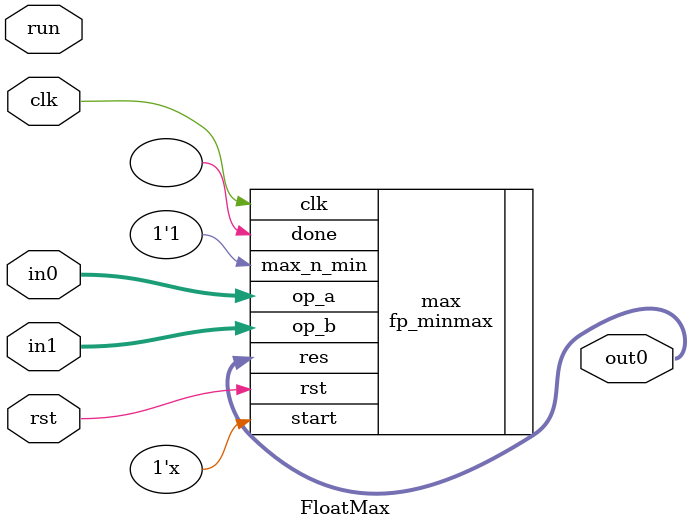
<source format=v>
`timescale 1ns / 1ps
`include "xversat.vh"

module FloatMax #(
         parameter DATA_W = 32
              )
    (
    //control
    input                         clk,
    input                         rst,
    
    input                         run,
    
    //input / output data
    input [DATA_W-1:0]            in0,
    input [DATA_W-1:0]            in1,
    
    (* versat_latency = 1 *) output [DATA_W-1:0]       out0
    );

fp_minmax max(
     .start(1'bx),
     .done(),

     .op_a(in0),
     .op_b(in1),

     .res(out0),

     .max_n_min(1'b1),

     .clk(clk),
     .rst(rst)
     );

endmodule

</source>
